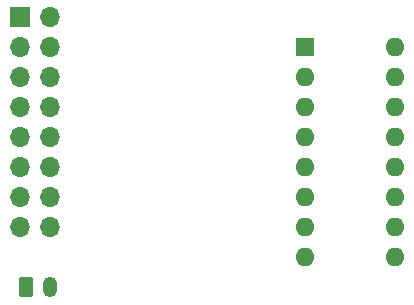
<source format=gbr>
%TF.GenerationSoftware,KiCad,Pcbnew,(7.0.0)*%
%TF.CreationDate,2024-03-24T20:48:38+02:00*%
%TF.ProjectId,p0wer EE3088,70307765-7220-4454-9533-3038382e6b69,rev?*%
%TF.SameCoordinates,Original*%
%TF.FileFunction,Soldermask,Bot*%
%TF.FilePolarity,Negative*%
%FSLAX46Y46*%
G04 Gerber Fmt 4.6, Leading zero omitted, Abs format (unit mm)*
G04 Created by KiCad (PCBNEW (7.0.0)) date 2024-03-24 20:48:38*
%MOMM*%
%LPD*%
G01*
G04 APERTURE LIST*
G04 Aperture macros list*
%AMRoundRect*
0 Rectangle with rounded corners*
0 $1 Rounding radius*
0 $2 $3 $4 $5 $6 $7 $8 $9 X,Y pos of 4 corners*
0 Add a 4 corners polygon primitive as box body*
4,1,4,$2,$3,$4,$5,$6,$7,$8,$9,$2,$3,0*
0 Add four circle primitives for the rounded corners*
1,1,$1+$1,$2,$3*
1,1,$1+$1,$4,$5*
1,1,$1+$1,$6,$7*
1,1,$1+$1,$8,$9*
0 Add four rect primitives between the rounded corners*
20,1,$1+$1,$2,$3,$4,$5,0*
20,1,$1+$1,$4,$5,$6,$7,0*
20,1,$1+$1,$6,$7,$8,$9,0*
20,1,$1+$1,$8,$9,$2,$3,0*%
G04 Aperture macros list end*
%ADD10R,1.600000X1.600000*%
%ADD11O,1.600000X1.600000*%
%ADD12R,1.700000X1.700000*%
%ADD13O,1.700000X1.700000*%
%ADD14RoundRect,0.250000X-0.350000X-0.625000X0.350000X-0.625000X0.350000X0.625000X-0.350000X0.625000X0*%
%ADD15O,1.200000X1.750000*%
G04 APERTURE END LIST*
D10*
%TO.C,U2*%
X133359999Y-60959999D03*
D11*
X133359999Y-63499999D03*
X133359999Y-66039999D03*
X133359999Y-68579999D03*
X133359999Y-71119999D03*
X133359999Y-73659999D03*
X133359999Y-76199999D03*
X133359999Y-78739999D03*
X140979999Y-78739999D03*
X140979999Y-76199999D03*
X140979999Y-73659999D03*
X140979999Y-71119999D03*
X140979999Y-68579999D03*
X140979999Y-66039999D03*
X140979999Y-63499999D03*
X140979999Y-60959999D03*
%TD*%
D12*
%TO.C,J2*%
X109219999Y-58419999D03*
D13*
X111759999Y-58419999D03*
X109219999Y-60959999D03*
X111759999Y-60959999D03*
X109219999Y-63499999D03*
X111759999Y-63499999D03*
X109219999Y-66039999D03*
X111759999Y-66039999D03*
X109219999Y-68579999D03*
X111759999Y-68579999D03*
X109219999Y-71119999D03*
X111759999Y-71119999D03*
X109219999Y-73659999D03*
X111759999Y-73659999D03*
X109219999Y-76199999D03*
X111759999Y-76199999D03*
%TD*%
D14*
%TO.C,J1*%
X109760000Y-81280000D03*
D15*
X111759999Y-81279999D03*
%TD*%
M02*

</source>
